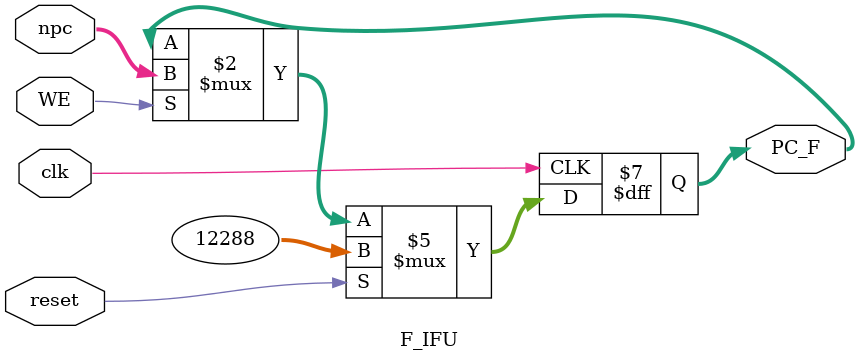
<source format=v>
module F_IFU(
    input clk,
    input reset,
    input WE,
    input [31:0] npc,
    // output [31:0] Instr_F,
    output reg [31:0] PC_F
);
    // reg [31:0] im_reg [0:`im_cap-1];

    // initial begin
    //     PC_F <= 32'h0000_3000;
    //     $readmemh("code.txt", im_reg);
    // end

  always @(posedge clk) begin
    if(reset)
        PC_F <= 32'h0000_3000;
    else
        if(WE)
            PC_F <= npc;   
  end

    // assign Instr_F = im_reg[PC_F[15:2]-3072];

endmodule
</source>
